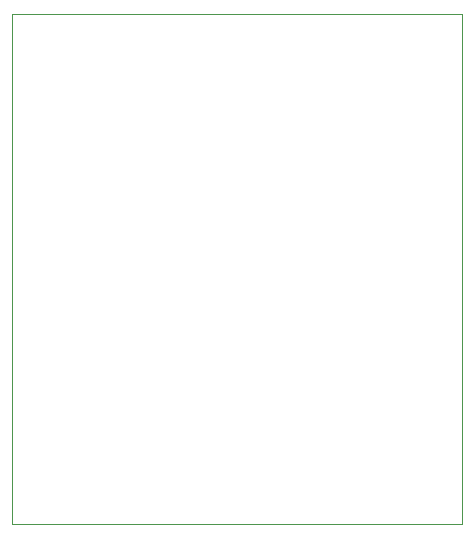
<source format=gbr>
%TF.GenerationSoftware,KiCad,Pcbnew,(6.0.10)*%
%TF.CreationDate,2023-02-17T12:18:30-08:00*%
%TF.ProjectId,exercise2,65786572-6369-4736-9532-2e6b69636164,rev?*%
%TF.SameCoordinates,Original*%
%TF.FileFunction,Profile,NP*%
%FSLAX46Y46*%
G04 Gerber Fmt 4.6, Leading zero omitted, Abs format (unit mm)*
G04 Created by KiCad (PCBNEW (6.0.10)) date 2023-02-17 12:18:30*
%MOMM*%
%LPD*%
G01*
G04 APERTURE LIST*
%TA.AperFunction,Profile*%
%ADD10C,0.100000*%
%TD*%
G04 APERTURE END LIST*
D10*
X119380000Y-78740000D02*
X157480000Y-78740000D01*
X157480000Y-78740000D02*
X157480000Y-121920000D01*
X157480000Y-121920000D02*
X119380000Y-121920000D01*
X119380000Y-121920000D02*
X119380000Y-78740000D01*
M02*

</source>
